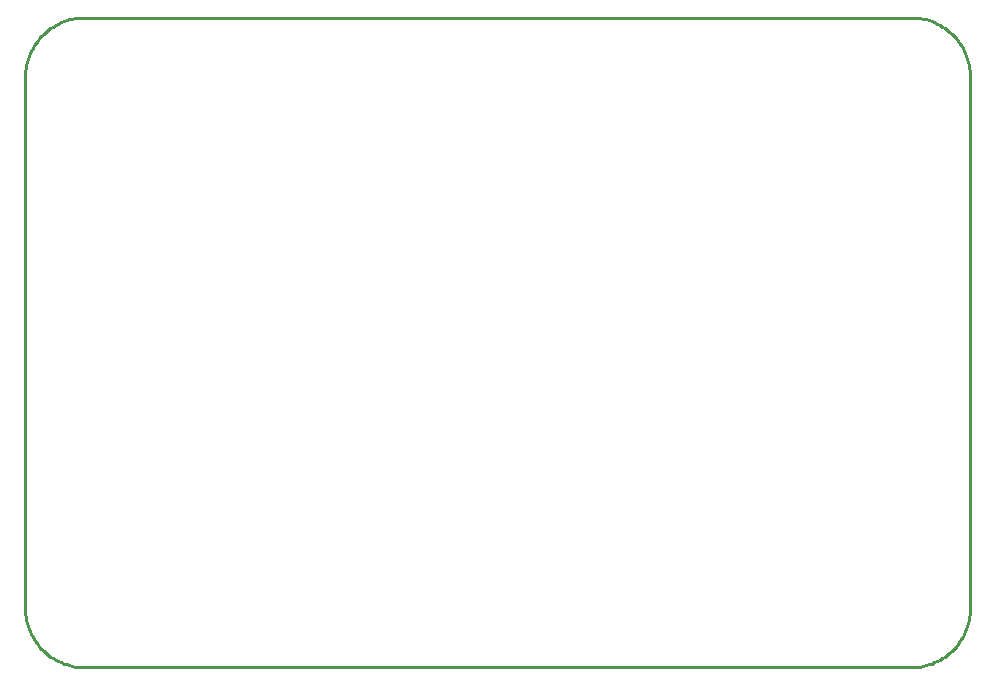
<source format=gm1>
G04*
G04 #@! TF.GenerationSoftware,Altium Limited,Altium Designer,18.1.9 (240)*
G04*
G04 Layer_Color=16711935*
%FSLAX25Y25*%
%MOIN*%
G70*
G01*
G75*
%ADD14C,0.00984*%
D14*
X295276Y0D02*
X296273Y25D01*
X297267Y101D01*
X298256Y227D01*
X299238Y403D01*
X300210Y628D01*
X301169Y903D01*
X302112Y1225D01*
X303039Y1595D01*
X303945Y2012D01*
X304829Y2473D01*
X305688Y2979D01*
X306521Y3528D01*
X307325Y4119D01*
X308098Y4749D01*
X308838Y5418D01*
X309543Y6123D01*
X310212Y6863D01*
X310842Y7636D01*
X311432Y8440D01*
X311981Y9272D01*
X312487Y10132D01*
X312949Y11016D01*
X313365Y11922D01*
X313735Y12848D01*
X314058Y13792D01*
X314332Y14751D01*
X314558Y15722D01*
X314734Y16704D01*
X314860Y17694D01*
X314935Y18688D01*
X314961Y19685D01*
Y196850D02*
X314935Y197847D01*
X314860Y198842D01*
X314734Y199831D01*
X314558Y200813D01*
X314332Y201784D01*
X314058Y202743D01*
X313735Y203687D01*
X313365Y204613D01*
X312949Y205520D01*
X312487Y206404D01*
X311981Y207263D01*
X311432Y208096D01*
X310842Y208900D01*
X310212Y209673D01*
X309543Y210413D01*
X308838Y211118D01*
X308098Y211787D01*
X307325Y212417D01*
X306521Y213007D01*
X305688Y213556D01*
X304829Y214062D01*
X303945Y214524D01*
X303039Y214940D01*
X302112Y215310D01*
X301169Y215633D01*
X300210Y215907D01*
X299238Y216132D01*
X298256Y216308D01*
X297267Y216434D01*
X296273Y216510D01*
X295276Y216535D01*
X19685D02*
X18688Y216510D01*
X17694Y216434D01*
X16704Y216308D01*
X15722Y216132D01*
X14751Y215907D01*
X13792Y215633D01*
X12848Y215310D01*
X11922Y214940D01*
X11016Y214524D01*
X10132Y214062D01*
X9272Y213556D01*
X8440Y213007D01*
X7636Y212417D01*
X6863Y211787D01*
X6123Y211118D01*
X5418Y210413D01*
X4749Y209673D01*
X4119Y208900D01*
X3528Y208096D01*
X2979Y207263D01*
X2473Y206404D01*
X2012Y205520D01*
X1595Y204613D01*
X1225Y203687D01*
X903Y202743D01*
X628Y201784D01*
X403Y200813D01*
X227Y199831D01*
X101Y198842D01*
X25Y197847D01*
X0Y196850D01*
Y19685D02*
X25Y18688D01*
X101Y17694D01*
X227Y16704D01*
X403Y15722D01*
X628Y14751D01*
X903Y13792D01*
X1225Y12848D01*
X1595Y11922D01*
X2012Y11016D01*
X2473Y10132D01*
X2979Y9272D01*
X3528Y8440D01*
X4119Y7636D01*
X4749Y6863D01*
X5418Y6123D01*
X6123Y5418D01*
X6863Y4749D01*
X7636Y4119D01*
X8440Y3528D01*
X9272Y2979D01*
X10132Y2473D01*
X11016Y2012D01*
X11922Y1595D01*
X12848Y1225D01*
X13792Y903D01*
X14751Y628D01*
X15722Y403D01*
X16704Y227D01*
X17694Y101D01*
X18688Y25D01*
X19685Y0D01*
X314961Y19685D02*
Y196850D01*
X19685Y216535D02*
X295276D01*
X0Y19685D02*
Y196850D01*
X19685Y0D02*
X295276D01*
M02*

</source>
